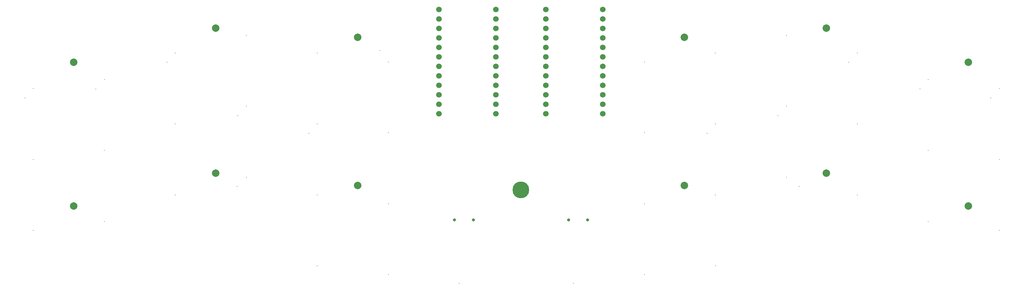
<source format=gbr>
%TF.GenerationSoftware,KiCad,Pcbnew,9.0.6*%
%TF.CreationDate,2025-12-03T13:22:57+03:00*%
%TF.ProjectId,KOMETA,4b4f4d45-5441-42e6-9b69-6361645f7063,rev?*%
%TF.SameCoordinates,Original*%
%TF.FileFunction,Plated,1,2,PTH,Drill*%
%TF.FilePolarity,Positive*%
%FSLAX46Y46*%
G04 Gerber Fmt 4.6, Leading zero omitted, Abs format (unit mm)*
G04 Created by KiCad (PCBNEW 9.0.6) date 2025-12-03 13:22:57*
%MOMM*%
%LPD*%
G01*
G04 APERTURE LIST*
%TA.AperFunction,ViaDrill*%
%ADD10C,0.300000*%
%TD*%
%TA.AperFunction,ComponentDrill*%
%ADD11C,0.800000*%
%TD*%
%TA.AperFunction,ComponentDrill*%
%ADD12C,1.500000*%
%TD*%
%TA.AperFunction,ComponentDrill*%
%ADD13C,2.000000*%
%TD*%
%TA.AperFunction,ComponentDrill*%
%ADD14C,4.500000*%
%TD*%
G04 APERTURE END LIST*
D10*
X74500000Y-141000000D03*
X76750000Y-138500000D03*
X76750000Y-157500000D03*
X76750000Y-176500000D03*
X93500000Y-138650000D03*
X95750000Y-136125000D03*
X95750000Y-155125000D03*
X95750000Y-174125000D03*
X112500000Y-131500000D03*
X114750000Y-129000000D03*
X114750000Y-148000000D03*
X114750000Y-167000000D03*
X131300000Y-164750000D03*
X131500000Y-145750000D03*
X133750000Y-124250000D03*
X133750000Y-143250000D03*
X133750000Y-162250000D03*
X150500000Y-150500000D03*
X152750000Y-129000000D03*
X152750000Y-148000000D03*
X152750000Y-167000000D03*
X152750000Y-186000000D03*
X169500000Y-128300000D03*
X171750000Y-131375000D03*
X171750000Y-150375000D03*
X171750000Y-169375000D03*
X171750000Y-188375000D03*
X190750000Y-190751000D03*
X221350000Y-190751000D03*
X240350000Y-131375000D03*
X240350000Y-150375000D03*
X240350000Y-169375000D03*
X240350000Y-188375000D03*
X257100000Y-150500000D03*
X259350000Y-129000000D03*
X259350000Y-148000000D03*
X259350000Y-167000000D03*
X259350000Y-186000000D03*
X276100000Y-145750000D03*
X278350000Y-124250000D03*
X278350000Y-143250000D03*
X278350000Y-162250000D03*
X281800000Y-164750000D03*
X295100000Y-131500000D03*
X297350000Y-129000000D03*
X297350000Y-148000000D03*
X297350000Y-167000000D03*
X314100000Y-138600000D03*
X316350000Y-136125000D03*
X316350000Y-155125000D03*
X316350000Y-174125000D03*
X333100000Y-141000000D03*
X335350000Y-138500000D03*
X335350000Y-157500000D03*
X335350000Y-176500000D03*
D11*
%TO.C,PW_L1*%
X189460000Y-173750000D03*
X194540000Y-173750000D03*
%TO.C,PW_R1*%
X220060000Y-173750000D03*
X225140000Y-173750000D03*
D12*
%TO.C,SM_L1*%
X185367540Y-117334195D03*
X185367540Y-119874195D03*
X185367540Y-122414195D03*
X185367540Y-124954195D03*
X185367540Y-127494195D03*
X185367540Y-130034195D03*
X185367540Y-132574195D03*
X185367540Y-135114195D03*
X185367540Y-137654195D03*
X185367540Y-140194195D03*
X185367540Y-142734195D03*
X185367540Y-145274195D03*
X200607540Y-117334195D03*
X200607540Y-119874195D03*
X200607540Y-122414195D03*
X200607540Y-124954195D03*
X200607540Y-127494195D03*
X200607540Y-130034195D03*
X200607540Y-132574195D03*
X200607540Y-135114195D03*
X200607540Y-137654195D03*
X200607540Y-140194195D03*
X200607540Y-142734195D03*
X200607540Y-145274195D03*
%TO.C,SM_R1*%
X213918540Y-117334195D03*
X213918540Y-119874195D03*
X213918540Y-122414195D03*
X213918540Y-124954195D03*
X213918540Y-127494195D03*
X213918540Y-130034195D03*
X213918540Y-132574195D03*
X213918540Y-135114195D03*
X213918540Y-137654195D03*
X213918540Y-140194195D03*
X213918540Y-142734195D03*
X213918540Y-145274195D03*
X229158540Y-117334195D03*
X229158540Y-119874195D03*
X229158540Y-122414195D03*
X229158540Y-124954195D03*
X229158540Y-127494195D03*
X229158540Y-130034195D03*
X229158540Y-132574195D03*
X229158540Y-135114195D03*
X229158540Y-137654195D03*
X229158540Y-140194195D03*
X229158540Y-142734195D03*
X229158540Y-145274195D03*
D13*
%TO.C,H4*%
X87548000Y-170000000D03*
%TO.C,H1*%
X87550000Y-131500000D03*
%TO.C,H10*%
X125550000Y-122300000D03*
%TO.C,H2*%
X125550000Y-161200000D03*
%TO.C,H7*%
X163550000Y-124800000D03*
%TO.C,H5*%
X163550000Y-164500000D03*
%TO.C,H9*%
X251050000Y-124800000D03*
%TO.C,H12*%
X251050000Y-164500000D03*
%TO.C,H3*%
X289050000Y-122300000D03*
%TO.C,H6*%
X289050000Y-161200000D03*
%TO.C,H8*%
X327050000Y-131500000D03*
%TO.C,H11*%
X327050000Y-170000000D03*
D14*
%TO.C,KeyChainHole1*%
X207299999Y-165700000D03*
M02*

</source>
